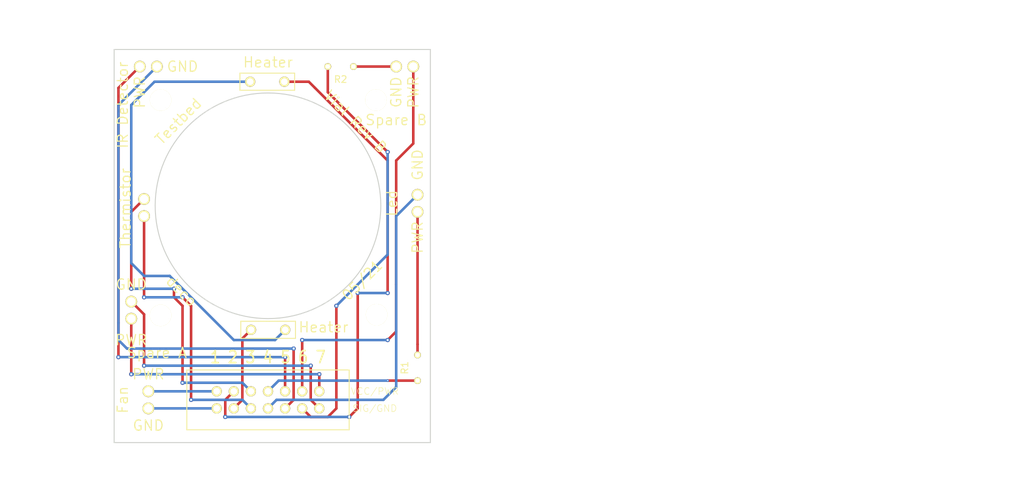
<source format=kicad_pcb>
(kicad_pcb (version 4) (host pcbnew 4.0.2-stable)

  (general
    (links 17)
    (no_connects 0)
    (area 110.644214 42.6339 262.071755 117.843301)
    (thickness 1.6)
    (drawings 35)
    (tracks 109)
    (zones 0)
    (modules 15)
    (nets 18)
  )

  (page A4)
  (layers
    (0 F.Cu signal)
    (31 B.Cu signal)
    (32 B.Adhes user hide)
    (33 F.Adhes user)
    (34 B.Paste user hide)
    (35 F.Paste user hide)
    (36 B.SilkS user hide)
    (37 F.SilkS user)
    (38 B.Mask user hide)
    (39 F.Mask user hide)
    (40 Dwgs.User user)
    (41 Cmts.User user hide)
    (42 Eco1.User user hide)
    (43 Eco2.User user hide)
    (44 Edge.Cuts user)
    (45 Margin user hide)
    (46 B.CrtYd user hide)
    (47 F.CrtYd user hide)
    (48 B.Fab user hide)
    (49 F.Fab user hide)
  )

  (setup
    (last_trace_width 0.2032)
    (user_trace_width 0.381)
    (user_trace_width 0.635)
    (trace_clearance 0.254)
    (zone_clearance 0.508)
    (zone_45_only no)
    (trace_min 0.2032)
    (segment_width 0.2)
    (edge_width 0.15)
    (via_size 0.381)
    (via_drill 0.1524)
    (via_min_size 0.381)
    (via_min_drill 0.1524)
    (user_via 0.4064 0.1524)
    (user_via 0.635 0.3048)
    (user_via 3.81 3.199994)
    (uvia_size 0.3)
    (uvia_drill 0.1)
    (uvias_allowed no)
    (uvia_min_size 0)
    (uvia_min_drill 0)
    (pcb_text_width 0.1778)
    (pcb_text_size 1.524 1.524)
    (mod_edge_width 0.15)
    (mod_text_size 1.524 1.524)
    (mod_text_width 0.1778)
    (pad_size 3.199994 3.199994)
    (pad_drill 3.199994)
    (pad_to_mask_clearance 0.2)
    (aux_axis_origin 127 107.95)
    (grid_origin 127 107.95)
    (visible_elements 7FFFFFFF)
    (pcbplotparams
      (layerselection 0x00008_00000000)
      (usegerberextensions false)
      (excludeedgelayer false)
      (linewidth 0.100000)
      (plotframeref true)
      (viasonmask false)
      (mode 1)
      (useauxorigin false)
      (hpglpennumber 1)
      (hpglpenspeed 20)
      (hpglpendiameter 15)
      (hpglpenoverlay 2)
      (psnegative false)
      (psa4output false)
      (plotreference false)
      (plotvalue true)
      (plotinvisibletext false)
      (padsonsilk false)
      (subtractmaskfromsilk false)
      (outputformat 1)
      (mirror false)
      (drillshape 0)
      (scaleselection 1)
      (outputdirectory gerber/))
  )

  (net 0 "")
  (net 1 /SPA+)
  (net 2 /SPB+)
  (net 3 /PD+)
  (net 4 /LED+)
  (net 5 /TS+)
  (net 6 /HTR+)
  (net 7 /FAN+)
  (net 8 /SPA-)
  (net 9 /SPB-)
  (net 10 /PD-)
  (net 11 /LED-)
  (net 12 /TS-)
  (net 13 /HTR-)
  (net 14 /FAN-)
  (net 15 "Net-(P6-Pad1)")
  (net 16 "Net-(P8-Pad2)")
  (net 17 "Net-(R5-Pad2)")

  (net_class Default "This is the default net class."
    (clearance 0.254)
    (trace_width 0.2032)
    (via_dia 0.381)
    (via_drill 0.1524)
    (uvia_dia 0.3)
    (uvia_drill 0.1)
    (add_net /FAN+)
    (add_net /FAN-)
    (add_net /HTR+)
    (add_net /HTR-)
    (add_net /LED+)
    (add_net /LED-)
    (add_net /PD+)
    (add_net /PD-)
    (add_net /SPA+)
    (add_net /SPA-)
    (add_net /SPB+)
    (add_net /SPB-)
    (add_net /TS+)
    (add_net /TS-)
    (add_net "Net-(P6-Pad1)")
    (add_net "Net-(P8-Pad2)")
    (add_net "Net-(R5-Pad2)")
  )

  (module mods:screw_terminal (layer F.Cu) (tedit 57B62090) (tstamp 57A0FB9A)
    (at 170.18 52.07 180)
    (path /579FC5D8)
    (fp_text reference P8 (at 0 4.318 180) (layer F.SilkS) hide
      (effects (font (thickness 0.1778)))
    )
    (fp_text value "Spare B" (at 1.27 -7.9375 180) (layer F.SilkS)
      (effects (font (thickness 0.1778)))
    )
    (pad 1 thru_hole circle (at -1.27 0 180) (size 1.75 1.75) (drill 1.3) (layers *.Cu *.Mask F.SilkS)
      (net 2 /SPB+))
    (pad 2 thru_hole circle (at 1.27 0 180) (size 1.75 1.75) (drill 1.3) (layers *.Cu *.Mask F.SilkS)
      (net 16 "Net-(P8-Pad2)"))
  )

  (module mods:screw_terminal (layer F.Cu) (tedit 57A897E9) (tstamp 57A0FB72)
    (at 132.08 101.6 270)
    (path /579FBC1F)
    (fp_text reference P2 (at -3.904996 2.54 360) (layer F.SilkS) hide
      (effects (font (thickness 0.1778)))
    )
    (fp_text value Fan (at 0 3.81 270) (layer F.SilkS)
      (effects (font (thickness 0.1778)))
    )
    (pad 1 thru_hole circle (at -1.27 0 270) (size 1.75 1.75) (drill 1.3) (layers *.Cu *.Mask F.SilkS)
      (net 7 /FAN+))
    (pad 2 thru_hole circle (at 1.27 0 270) (size 1.75 1.75) (drill 1.3) (layers *.Cu *.Mask F.SilkS)
      (net 14 /FAN-))
  )

  (module mods:screw_terminal (layer F.Cu) (tedit 57A897E3) (tstamp 57A0FBA4)
    (at 129.54 88.265 90)
    (path /579FC744)
    (fp_text reference P9 (at 0 4.25069 90) (layer F.SilkS) hide
      (effects (font (thickness 0.1778)))
    )
    (fp_text value "Spare A" (at -6.35 3.81 180) (layer F.SilkS)
      (effects (font (thickness 0.1778)))
    )
    (pad 1 thru_hole circle (at -1.27 0 90) (size 1.75 1.75) (drill 1.3) (layers *.Cu *.Mask F.SilkS)
      (net 1 /SPA+))
    (pad 2 thru_hole circle (at 1.27 0 90) (size 1.75 1.75) (drill 1.3) (layers *.Cu *.Mask F.SilkS)
      (net 8 /SPA-))
  )

  (module mods:screw_terminal (layer F.Cu) (tedit 57A89820) (tstamp 57A0FB90)
    (at 132.08 52.07)
    (path /579FC369)
    (fp_text reference P7 (at -4.965375 -0.067396) (layer F.SilkS) hide
      (effects (font (thickness 0.1778)))
    )
    (fp_text value "IR Detector" (at -3.81 5.715 270) (layer F.SilkS)
      (effects (font (thickness 0.1778)))
    )
    (pad 1 thru_hole circle (at -1.27 0) (size 1.75 1.75) (drill 1.3) (layers *.Cu *.Mask F.SilkS)
      (net 3 /PD+))
    (pad 2 thru_hole circle (at 1.27 0) (size 1.75 1.75) (drill 1.3) (layers *.Cu *.Mask F.SilkS)
      (net 10 /PD-))
  )

  (module mods:screw_terminal (layer F.Cu) (tedit 57A8A193) (tstamp 57A0FB86)
    (at 172.085 72.39 90)
    (path /579FBF70)
    (fp_text reference P6 (at 0 4.318 90) (layer F.SilkS) hide
      (effects (font (thickness 0.1778)))
    )
    (fp_text value Led (at 0 -3.81 90) (layer F.SilkS)
      (effects (font (thickness 0.1778)))
    )
    (pad 1 thru_hole circle (at -1.27 0 90) (size 1.75 1.75) (drill 1.3) (layers *.Cu *.Mask F.SilkS)
      (net 15 "Net-(P6-Pad1)"))
    (pad 2 thru_hole circle (at 1.27 0 90) (size 1.75 1.75) (drill 1.3) (layers *.Cu *.Mask F.SilkS)
      (net 11 /LED-))
  )

  (module mods:2x7_pin_10in (layer F.Cu) (tedit 57A24092) (tstamp 57A0FB68)
    (at 149.86 101.6 180)
    (path /579FBA81)
    (fp_text reference P1 (at -8.255 5.715 180) (layer F.SilkS) hide
      (effects (font (thickness 0.1778)))
    )
    (fp_text value CONN_02X07 (at 0 -5.715 180) (layer F.Fab) hide
      (effects (font (thickness 0.1778)))
    )
    (fp_line (start -12.065 4.445) (end 12.065 4.445) (layer F.SilkS) (width 0.15))
    (fp_line (start 12.065 -4.445) (end -12.065 -4.445) (layer F.SilkS) (width 0.15))
    (fp_line (start 12.065 4.445) (end 12.065 -4.445) (layer F.SilkS) (width 0.15))
    (fp_line (start -12.065 -4.445) (end -12.065 4.445) (layer F.SilkS) (width 0.15))
    (pad 1 thru_hole circle (at -7.62 1.27 180) (size 1.524 1.524) (drill 1.016) (layers *.Cu *.Mask F.SilkS)
      (net 1 /SPA+))
    (pad 3 thru_hole circle (at -5.08 1.27 180) (size 1.524 1.524) (drill 1.016) (layers *.Cu *.Mask F.SilkS)
      (net 2 /SPB+))
    (pad 5 thru_hole circle (at -2.54 1.27 180) (size 1.524 1.524) (drill 1.016) (layers *.Cu *.Mask F.SilkS)
      (net 3 /PD+))
    (pad 7 thru_hole circle (at 0 1.27 180) (size 1.524 1.524) (drill 1.016) (layers *.Cu *.Mask F.SilkS)
      (net 4 /LED+))
    (pad 9 thru_hole circle (at 2.54 1.27 180) (size 1.524 1.524) (drill 1.016) (layers *.Cu *.Mask F.SilkS)
      (net 5 /TS+))
    (pad 11 thru_hole circle (at 5.08 1.27 180) (size 1.524 1.524) (drill 1.016) (layers *.Cu *.Mask F.SilkS)
      (net 6 /HTR+))
    (pad 13 thru_hole circle (at 7.62 1.27 180) (size 1.524 1.524) (drill 1.016) (layers *.Cu *.Mask F.SilkS)
      (net 7 /FAN+))
    (pad 2 thru_hole circle (at -7.62 -1.27 180) (size 1.524 1.524) (drill 1.016) (layers *.Cu *.Mask F.SilkS)
      (net 8 /SPA-))
    (pad 4 thru_hole circle (at -5.08 -1.27 180) (size 1.524 1.524) (drill 1.016) (layers *.Cu *.Mask F.SilkS)
      (net 9 /SPB-))
    (pad 6 thru_hole circle (at -2.54 -1.27 180) (size 1.524 1.524) (drill 1.016) (layers *.Cu *.Mask F.SilkS)
      (net 10 /PD-))
    (pad 8 thru_hole circle (at 0 -1.27 180) (size 1.524 1.524) (drill 1.016) (layers *.Cu *.Mask F.SilkS)
      (net 11 /LED-))
    (pad 10 thru_hole circle (at 2.54 -1.27 180) (size 1.524 1.524) (drill 1.016) (layers *.Cu *.Mask F.SilkS)
      (net 12 /TS-))
    (pad 12 thru_hole circle (at 5.08 -1.27 180) (size 1.524 1.524) (drill 1.016) (layers *.Cu *.Mask F.SilkS)
      (net 13 /HTR-))
    (pad 14 thru_hole circle (at 7.62 -1.27 180) (size 1.524 1.524) (drill 1.016) (layers *.Cu *.Mask F.SilkS)
      (net 14 /FAN-))
  )

  (module mods:Heater (layer F.Cu) (tedit 57A8A215) (tstamp 57A0FBDE)
    (at 149.751438 54.32265 180)
    (path /579FBD61)
    (fp_text reference R5 (at -5.715 0 180) (layer F.SilkS) hide
      (effects (font (thickness 0.1778)))
    )
    (fp_text value "Heater 1" (at 0 -3.175 180) (layer F.Fab) hide
      (effects (font (thickness 0.1778)))
    )
    (fp_line (start -4.064 1.27) (end 4.064 1.27) (layer F.SilkS) (width 0.15))
    (fp_line (start 4.064 -1.27) (end -4.064 -1.27) (layer F.SilkS) (width 0.15))
    (fp_line (start -4.064 -1.27) (end -4.064 1.27) (layer F.SilkS) (width 0.15))
    (fp_line (start 4.064 1.27) (end 4.064 -1.27) (layer F.SilkS) (width 0.15))
    (pad 1 thru_hole circle (at -2.54 0 180) (size 1.524 1.524) (drill 1.016) (layers *.Cu *.Mask F.SilkS)
      (net 6 /HTR+))
    (pad 2 thru_hole circle (at 2.54 0 180) (size 1.524 1.524) (drill 1.016) (layers *.Cu *.Mask F.SilkS)
      (net 17 "Net-(R5-Pad2)"))
  )

  (module mods:Heater (layer F.Cu) (tedit 57A2071D) (tstamp 57A0FBE8)
    (at 149.880676 91.19362 180)
    (path /579FBD90)
    (fp_text reference R6 (at 5.715 0.635 180) (layer F.SilkS) hide
      (effects (font (thickness 0.1778)))
    )
    (fp_text value "Heater 2" (at 0 -3.175 180) (layer F.Fab) hide
      (effects (font (thickness 0.1778)))
    )
    (fp_line (start -4.064 1.27) (end 4.064 1.27) (layer F.SilkS) (width 0.15))
    (fp_line (start 4.064 -1.27) (end -4.064 -1.27) (layer F.SilkS) (width 0.15))
    (fp_line (start -4.064 -1.27) (end -4.064 1.27) (layer F.SilkS) (width 0.15))
    (fp_line (start 4.064 1.27) (end 4.064 -1.27) (layer F.SilkS) (width 0.15))
    (pad 1 thru_hole circle (at -2.54 0 180) (size 1.524 1.524) (drill 1.016) (layers *.Cu *.Mask F.SilkS)
      (net 17 "Net-(R5-Pad2)"))
    (pad 2 thru_hole circle (at 2.54 0 180) (size 1.524 1.524) (drill 1.016) (layers *.Cu *.Mask F.SilkS)
      (net 13 /HTR-))
  )

  (module mods:Thermistor (layer F.Cu) (tedit 57A24521) (tstamp 57A2052D)
    (at 131.445 73.025 270)
    (path /579FBEBD)
    (fp_text reference P5 (at 0 4.318 270) (layer F.SilkS) hide
      (effects (font (thickness 0.1778)))
    )
    (fp_text value Thermistor (at 0.1016 2.772501 270) (layer F.SilkS)
      (effects (font (thickness 0.1778)))
    )
    (pad 1 thru_hole circle (at -1.27 0 270) (size 1.75 1.75) (drill 1.3) (layers *.Cu *.Mask F.SilkS)
      (net 5 /TS+))
    (pad 2 thru_hole circle (at 1.27 0 270) (size 1.75 1.75) (drill 1.3) (layers *.Cu *.Mask F.SilkS)
      (net 12 /TS-))
  )

  (module mods:mounting_hole (layer F.Cu) (tedit 57A8A54D) (tstamp 57A212CD)
    (at 165.9 57.049924)
    (fp_text reference REF** (at 6 2.5) (layer F.SilkS) hide
      (effects (font (size 1 1) (thickness 0.15)))
    )
    (fp_text value "mounting hole" (at 0.5 -3.5) (layer F.Fab) hide
      (effects (font (size 1 1) (thickness 0.15)))
    )
    (pad "" np_thru_hole circle (at 0 0) (size 3.199994 3.199994) (drill 3.199994) (layers *.Cu *.Mask F.SilkS))
  )

  (module mods:mounting_hole (layer F.Cu) (tedit 57A8A552) (tstamp 57A2135E)
    (at 133.899999 57.049924)
    (fp_text reference "" (at 6 2.5) (layer F.SilkS) hide
      (effects (font (size 1 1) (thickness 0.15)))
    )
    (fp_text value "mounting hole" (at 0.5 -3.5) (layer F.Fab) hide
      (effects (font (size 1 1) (thickness 0.15)))
    )
    (pad "" np_thru_hole circle (at 0 0) (size 3.199994 3.199994) (drill 3.199994) (layers *.Cu *.Mask F.SilkS))
  )

  (module mods:mounting_hole (layer F.Cu) (tedit 57A8A556) (tstamp 57A21554)
    (at 133.899999 89.04986)
    (fp_text reference REF** (at 6 2.5) (layer F.SilkS) hide
      (effects (font (size 1 1) (thickness 0.15)))
    )
    (fp_text value "mounting hole" (at 0.5 -3.5) (layer F.Fab) hide
      (effects (font (size 1 1) (thickness 0.15)))
    )
    (pad "" np_thru_hole circle (at 0 0) (size 3.199994 3.199994) (drill 3.199994) (layers *.Cu *.Mask F.SilkS))
  )

  (module mods:mounting_hole (layer F.Cu) (tedit 57A23818) (tstamp 57A2155D)
    (at 165.999998 88.950013)
    (fp_text reference REF** (at 6 2.5) (layer F.SilkS) hide
      (effects (font (size 1 1) (thickness 0.15)))
    )
    (fp_text value "mounting hole" (at 0.5 -3.5) (layer F.Fab) hide
      (effects (font (size 1 1) (thickness 0.15)))
    )
    (pad "" np_thru_hole circle (at 0 0) (size 3.199994 3.199994) (drill 3.199994) (layers *.Cu *.Mask F.SilkS))
  )

  (module mods:Through_hole_R (layer F.Cu) (tedit 57B6201D) (tstamp 57B6212C)
    (at 172.085 96.8375 270)
    (path /579FC0BA)
    (fp_text reference R1 (at 0 1.905 270) (layer F.SilkS)
      (effects (font (size 1 1) (thickness 0.15)))
    )
    (fp_text value 435 (at 0 -1.905 270) (layer F.Fab) hide
      (effects (font (size 1 1) (thickness 0.15)))
    )
    (pad 2 thru_hole circle (at -1.905 0 270) (size 1.016 1.016) (drill 0.635) (layers *.Cu *.Mask F.SilkS)
      (net 15 "Net-(P6-Pad1)"))
    (pad 1 thru_hole circle (at 1.905 0 270) (size 1.016 1.016) (drill 0.635) (layers *.Cu *.Mask F.SilkS)
      (net 4 /LED+))
  )

  (module mods:Through_hole_R (layer F.Cu) (tedit 57B6201D) (tstamp 57B62132)
    (at 160.655 52.07)
    (path /57A0C46B)
    (fp_text reference R2 (at 0 1.905) (layer F.SilkS)
      (effects (font (size 1 1) (thickness 0.15)))
    )
    (fp_text value 750 (at 0 -1.905) (layer F.Fab) hide
      (effects (font (size 1 1) (thickness 0.15)))
    )
    (pad 2 thru_hole circle (at -1.905 0) (size 1.016 1.016) (drill 0.635) (layers *.Cu *.Mask F.SilkS)
      (net 9 /SPB-))
    (pad 1 thru_hole circle (at 1.905 0) (size 1.016 1.016) (drill 0.635) (layers *.Cu *.Mask F.SilkS)
      (net 16 "Net-(P8-Pad2)"))
  )

  (gr_text 05/21 (at 163.8554 83.8454 45) (layer F.SilkS)
    (effects (font (thickness 0.1778)))
  )
  (gr_text deco (at 137.0076 85.4456 315) (layer F.SilkS)
    (effects (font (thickness 0.1778)))
  )
  (gr_text "Vial Rev B" (at 162.8648 60.2742 315) (layer F.SilkS)
    (effects (font (thickness 0.1778)))
  )
  (gr_text Testbed (at 136.5504 60.198 45) (layer F.SilkS)
    (effects (font (thickness 0.1778)))
  )
  (gr_text "1 2 3 4 5 6 7" (at 149.86 95.25) (layer F.SilkS)
    (effects (font (size 1.778 1.524) (thickness 0.254)))
  )
  (dimension 35.179 (width 0.1778) (layer Dwgs.User)
    (gr_text "1.3850 in" (at 116.3574 90.3605 90) (layer Dwgs.User)
      (effects (font (thickness 0.1778)))
    )
    (feature1 (pts (xy 149.86 72.771) (xy 115.2398 72.771)))
    (feature2 (pts (xy 149.86 107.95) (xy 115.2398 107.95)))
    (crossbar (pts (xy 117.475 107.95) (xy 117.475 72.771)))
    (arrow1a (pts (xy 117.475 72.771) (xy 118.061421 73.897504)))
    (arrow1b (pts (xy 117.475 72.771) (xy 116.888579 73.897504)))
    (arrow2a (pts (xy 117.475 107.95) (xy 118.061421 106.823496)))
    (arrow2b (pts (xy 117.475 107.95) (xy 116.888579 106.823496)))
  )
  (dimension 22.86 (width 0.1778) (layer Dwgs.User)
    (gr_text "0.9000 in" (at 138.43 116.6876) (layer Dwgs.User)
      (effects (font (thickness 0.1778)))
    )
    (feature1 (pts (xy 127 72.39) (xy 127 117.8052)))
    (feature2 (pts (xy 149.86 72.39) (xy 149.86 117.8052)))
    (crossbar (pts (xy 149.86 115.57) (xy 127 115.57)))
    (arrow1a (pts (xy 127 115.57) (xy 128.126504 114.983579)))
    (arrow1b (pts (xy 127 115.57) (xy 128.126504 116.156421)))
    (arrow2a (pts (xy 149.86 115.57) (xy 148.733496 114.983579)))
    (arrow2b (pts (xy 149.86 115.57) (xy 148.733496 116.156421)))
  )
  (gr_line (start 149.86 72.771) (end 146.939 72.771) (angle 90) (layer Dwgs.User) (width 0.2))
  (gr_line (start 149.86 72.771) (end 149.86 75.946) (angle 90) (layer Dwgs.User) (width 0.2))
  (gr_line (start 149.86 72.771) (end 153.289 72.771) (angle 90) (layer Dwgs.User) (width 0.2))
  (gr_line (start 149.86 72.771) (end 149.86 68.707) (angle 90) (layer Dwgs.User) (width 0.2))
  (dimension 33.70289 (width 0.1778) (layer Dwgs.User)
    (gr_text "1.320 in dia" (at 136.613959 58.331164 42.70938996) (layer Dwgs.User)
      (effects (font (thickness 0.1778)))
    )
    (feature1 (pts (xy 162.56 61.595) (xy 148.238413 46.079948)))
    (feature2 (pts (xy 137.795 84.455) (xy 123.473413 68.939948)))
    (crossbar (pts (xy 124.989505 70.582381) (xy 149.754505 47.722381)))
    (arrow1a (pts (xy 149.754505 47.722381) (xy 149.324504 48.91737)))
    (arrow1b (pts (xy 149.754505 47.722381) (xy 148.528989 48.055562)))
    (arrow2a (pts (xy 124.989505 70.582381) (xy 126.215021 70.2492)))
    (arrow2b (pts (xy 124.989505 70.582381) (xy 125.419506 69.387392)))
  )
  (gr_text "SIG/GND\n" (at 165.735 102.87) (layer F.SilkS)
    (effects (font (size 1.016 1.016) (thickness 0.0762)))
  )
  (gr_text VCC/PWR (at 165.735 100.33) (layer F.SilkS)
    (effects (font (size 1.016 1.016) (thickness 0.0762)))
  )
  (gr_text "CUT OUT" (at 149.86 62.865) (layer Dwgs.User)
    (effects (font (thickness 0.1778)))
  )
  (dimension 46.99 (width 0.1778) (layer Dwgs.User)
    (gr_text "1.8500 in" (at 150.495 43.9674) (layer Dwgs.User)
      (effects (font (thickness 0.1778)))
    )
    (feature1 (pts (xy 173.99 49.53) (xy 173.99 42.8498)))
    (feature2 (pts (xy 127 49.53) (xy 127 42.8498)))
    (crossbar (pts (xy 127 45.085) (xy 173.99 45.085)))
    (arrow1a (pts (xy 173.99 45.085) (xy 172.863496 45.671421)))
    (arrow1b (pts (xy 173.99 45.085) (xy 172.863496 44.498579)))
    (arrow2a (pts (xy 127 45.085) (xy 128.126504 45.671421)))
    (arrow2b (pts (xy 127 45.085) (xy 128.126504 44.498579)))
  )
  (dimension 58.42 (width 0.1778) (layer Dwgs.User)
    (gr_text "2.3000 in" (at 179.5526 78.74 270) (layer Dwgs.User)
      (effects (font (thickness 0.1778)))
    )
    (feature1 (pts (xy 173.99 107.95) (xy 180.6702 107.95)))
    (feature2 (pts (xy 173.99 49.53) (xy 180.6702 49.53)))
    (crossbar (pts (xy 178.435 49.53) (xy 178.435 107.95)))
    (arrow1a (pts (xy 178.435 107.95) (xy 177.848579 106.823496)))
    (arrow1b (pts (xy 178.435 107.95) (xy 179.021421 106.823496)))
    (arrow2a (pts (xy 178.435 49.53) (xy 177.848579 50.656504)))
    (arrow2b (pts (xy 178.435 49.53) (xy 179.021421 50.656504)))
  )
  (gr_text "deco | DN | 05/21\nTestbed\n\nP/N Vial Rev B\n1 oz copper\n2 Layers FR-4\n0.063 final thickness\nsoldermask both sides (BLACK) <<-- NOTE:  Black Solder Mask !!\nsilkscreen legend top only (white)" (at 182.88 59.69) (layer Dwgs.User)
    (effects (font (thickness 0.1778)) (justify left))
  )
  (gr_text PWR (at 171.45 55.88 90) (layer F.SilkS)
    (effects (font (thickness 0.1778)))
  )
  (gr_text "GND\n" (at 137.16 52.07) (layer F.SilkS)
    (effects (font (thickness 0.1778)))
  )
  (gr_text "PWR\n" (at 130.81 55.88 90) (layer F.SilkS)
    (effects (font (thickness 0.1778)))
  )
  (gr_text "GND\n" (at 168.91 55.88 90) (layer F.SilkS)
    (effects (font (thickness 0.1778)))
  )
  (gr_text "GND\n" (at 172.085 66.675 90) (layer F.SilkS)
    (effects (font (thickness 0.1778)))
  )
  (gr_text "PWR\n" (at 172.085 77.47 90) (layer F.SilkS)
    (effects (font (thickness 0.1778)))
  )
  (gr_text "GND\n" (at 129.54 84.455) (layer F.SilkS)
    (effects (font (thickness 0.1778)))
  )
  (gr_text "PWR\n" (at 129.54 92.71) (layer F.SilkS)
    (effects (font (thickness 0.1778)))
  )
  (gr_text GND (at 132.08 105.41) (layer F.SilkS)
    (effects (font (thickness 0.1778)))
  )
  (gr_text "PWR\n" (at 132.08 97.79) (layer F.SilkS)
    (effects (font (thickness 0.1778)))
  )
  (gr_text Heater (at 149.86 51.435) (layer F.SilkS)
    (effects (font (thickness 0.1778)))
  )
  (gr_text Heater (at 158.115 90.805) (layer F.SilkS)
    (effects (font (thickness 0.1778)))
  )
  (gr_circle (center 149.86 72.76084) (end 133.096 72.76084) (layer Edge.Cuts) (width 0.15))
  (gr_line (start 127 107.95) (end 173.99 107.95) (angle 90) (layer Edge.Cuts) (width 0.15))
  (gr_line (start 127 49.53) (end 173.99 49.53) (angle 90) (layer Edge.Cuts) (width 0.15))
  (gr_line (start 173.99 49.53) (end 173.99 107.95) (angle 90) (layer Edge.Cuts) (width 0.15))
  (gr_line (start 127 49.53) (end 127 107.95) (angle 90) (layer Edge.Cuts) (width 0.15))

  (segment (start 129.54 89.535) (end 129.54 97.79) (width 0.381) (layer F.Cu) (net 1))
  (segment (start 157.48 97.79) (end 157.48 100.33) (width 0.381) (layer F.Cu) (net 1) (tstamp 57A891C8))
  (via (at 157.48 97.79) (size 0.635) (drill 0.3048) (layers F.Cu B.Cu) (net 1))
  (segment (start 129.54 97.79) (end 157.48 97.79) (width 0.381) (layer B.Cu) (net 1) (tstamp 57A891C4))
  (via (at 129.54 97.79) (size 0.635) (drill 0.3048) (layers F.Cu B.Cu) (net 1))
  (segment (start 129.54 89.535) (end 129.54 90.17) (width 0.381) (layer F.Cu) (net 1))
  (segment (start 168.91 84.455) (end 168.91 91.44) (width 0.381) (layer F.Cu) (net 2))
  (segment (start 171.45 63.5) (end 168.91 66.04) (width 0.381) (layer F.Cu) (net 2))
  (segment (start 171.45 52.07) (end 171.45 63.5) (width 0.381) (layer F.Cu) (net 2) (tstamp 57A89989))
  (segment (start 168.91 66.04) (end 168.91 84.455) (width 0.381) (layer F.Cu) (net 2) (tstamp 57A89A3B))
  (via (at 167.64 92.71) (size 0.635) (drill 0.3048) (layers F.Cu B.Cu) (net 2))
  (via (at 154.94 92.71) (size 0.635) (drill 0.3048) (layers F.Cu B.Cu) (net 2))
  (segment (start 154.94 92.71) (end 167.64 92.71) (width 0.381) (layer B.Cu) (net 2) (tstamp 57A8996D))
  (segment (start 154.94 92.71) (end 154.94 100.33) (width 0.381) (layer F.Cu) (net 2))
  (segment (start 168.91 91.44) (end 167.64 92.71) (width 0.381) (layer F.Cu) (net 2) (tstamp 57A89C0C))
  (segment (start 130.81 52.07) (end 127.635 55.245) (width 0.381) (layer F.Cu) (net 3))
  (segment (start 152.4 95.25) (end 152.4 100.33) (width 0.381) (layer F.Cu) (net 3) (tstamp 57A89227))
  (via (at 152.4 95.25) (size 0.635) (drill 0.3048) (layers F.Cu B.Cu) (net 3))
  (segment (start 127.635 95.25) (end 152.4 95.25) (width 0.381) (layer B.Cu) (net 3) (tstamp 57A89224))
  (via (at 127.635 95.25) (size 0.635) (drill 0.3048) (layers F.Cu B.Cu) (net 3))
  (segment (start 127.635 55.245) (end 127.635 95.25) (width 0.381) (layer F.Cu) (net 3) (tstamp 57A8983A))
  (segment (start 172.085 98.7425) (end 167.64 98.7425) (width 0.381) (layer F.Cu) (net 4))
  (segment (start 151.4475 98.7425) (end 149.86 100.33) (width 0.381) (layer B.Cu) (net 4) (tstamp 57B6219A))
  (segment (start 167.64 98.7425) (end 151.4475 98.7425) (width 0.381) (layer B.Cu) (net 4) (tstamp 57B62199))
  (via (at 167.64 98.7425) (size 0.381) (drill 0.1524) (layers F.Cu B.Cu) (net 4))
  (segment (start 135.89 86.36) (end 137.16 87.63) (width 0.381) (layer F.Cu) (net 5))
  (via (at 137.16 99.06) (size 0.635) (drill 0.3048) (layers F.Cu B.Cu) (net 5))
  (segment (start 147.32 100.33) (end 146.05 99.06) (width 0.381) (layer B.Cu) (net 5) (tstamp 57A891B7))
  (segment (start 137.16 99.06) (end 146.05 99.06) (width 0.381) (layer B.Cu) (net 5) (tstamp 57A891B6))
  (segment (start 129.54 73.66) (end 131.445 71.755) (width 0.381) (layer F.Cu) (net 5))
  (via (at 135.89 85.09) (size 0.635) (drill 0.3048) (layers F.Cu B.Cu) (net 5))
  (segment (start 129.54 85.09) (end 135.89 85.09) (width 0.381) (layer B.Cu) (net 5) (tstamp 57A891A1))
  (via (at 129.54 85.09) (size 0.635) (drill 0.3048) (layers F.Cu B.Cu) (net 5))
  (segment (start 129.54 73.66) (end 129.54 85.09) (width 0.381) (layer F.Cu) (net 5) (tstamp 57A891F2))
  (segment (start 135.89 86.36) (end 135.89 85.09) (width 0.381) (layer F.Cu) (net 5))
  (segment (start 137.16 87.63) (end 137.16 99.06) (width 0.381) (layer F.Cu) (net 5) (tstamp 57A89368))
  (segment (start 161.925 104.14) (end 163.195 102.87) (width 0.381) (layer F.Cu) (net 6))
  (via (at 161.925 104.14) (size 0.635) (drill 0.3048) (layers F.Cu B.Cu) (net 6))
  (via (at 163.195 85.725) (size 0.635) (drill 0.3048) (layers F.Cu B.Cu) (net 6))
  (segment (start 163.195 85.725) (end 167.64 85.725) (width 0.381) (layer B.Cu) (net 6) (tstamp 57A898E0))
  (via (at 167.64 85.725) (size 0.635) (drill 0.3048) (layers F.Cu B.Cu) (net 6))
  (segment (start 144.78 100.33) (end 143.51 101.6) (width 0.381) (layer F.Cu) (net 6))
  (via (at 143.51 104.14) (size 0.635) (drill 0.3048) (layers F.Cu B.Cu) (net 6))
  (segment (start 143.51 101.6) (end 143.51 104.14) (width 0.381) (layer F.Cu) (net 6) (tstamp 57A898BD))
  (segment (start 143.51 104.14) (end 161.925 104.14) (width 0.381) (layer B.Cu) (net 6))
  (segment (start 156.845 55.245) (end 155.92265 54.32265) (width 0.381) (layer F.Cu) (net 6))
  (segment (start 167.64 66.04) (end 156.845 55.245) (width 0.381) (layer F.Cu) (net 6) (tstamp 57A898F1))
  (segment (start 155.92265 54.32265) (end 152.291438 54.32265) (width 0.381) (layer F.Cu) (net 6) (tstamp 57A89917))
  (segment (start 167.64 85.725) (end 167.64 66.04) (width 0.381) (layer F.Cu) (net 6))
  (segment (start 163.195 102.87) (end 163.195 85.725) (width 0.381) (layer F.Cu) (net 6) (tstamp 57A89D01))
  (segment (start 142.24 100.33) (end 132.08 100.33) (width 0.381) (layer B.Cu) (net 7))
  (segment (start 129.54 86.995) (end 131.445 88.9) (width 0.381) (layer F.Cu) (net 8))
  (segment (start 156.21 101.6) (end 157.48 102.87) (width 0.381) (layer F.Cu) (net 8) (tstamp 57A88F9F))
  (segment (start 156.21 96.52) (end 156.21 101.6) (width 0.381) (layer F.Cu) (net 8) (tstamp 57A88F9E))
  (via (at 156.21 96.52) (size 0.635) (drill 0.3048) (layers F.Cu B.Cu) (net 8))
  (segment (start 131.445 96.52) (end 156.21 96.52) (width 0.381) (layer B.Cu) (net 8) (tstamp 57A88F9B))
  (via (at 131.445 96.52) (size 0.635) (drill 0.3048) (layers F.Cu B.Cu) (net 8))
  (segment (start 131.445 88.9) (end 131.445 96.52) (width 0.381) (layer F.Cu) (net 8) (tstamp 57A88F93))
  (segment (start 167.64 64.77) (end 158.75 55.88) (width 0.381) (layer F.Cu) (net 9))
  (via (at 167.64 64.77) (size 0.635) (drill 0.3048) (layers F.Cu B.Cu) (net 9))
  (segment (start 167.64 64.77) (end 167.64 80.01) (width 0.381) (layer B.Cu) (net 9) (tstamp 57A8992A))
  (segment (start 167.64 80.01) (end 163.195 84.455) (width 0.381) (layer B.Cu) (net 9) (tstamp 57A8992B))
  (segment (start 160.02 102.87) (end 158.75 104.14) (width 0.381) (layer F.Cu) (net 9) (tstamp 57A89957))
  (segment (start 160.02 87.63) (end 160.02 102.87) (width 0.381) (layer F.Cu) (net 9) (tstamp 57A89956))
  (via (at 160.02 87.63) (size 0.635) (drill 0.3048) (layers F.Cu B.Cu) (net 9))
  (segment (start 163.195 84.455) (end 160.02 87.63) (width 0.381) (layer B.Cu) (net 9))
  (segment (start 156.21 104.14) (end 158.75 104.14) (width 0.381) (layer F.Cu) (net 9) (tstamp 57A89CF9))
  (segment (start 154.94 102.87) (end 156.21 104.14) (width 0.381) (layer F.Cu) (net 9))
  (segment (start 158.75 55.88) (end 158.75 52.07) (width 0.381) (layer F.Cu) (net 9) (tstamp 57B62151))
  (segment (start 133.35 52.07) (end 127.635 57.785) (width 0.381) (layer B.Cu) (net 10))
  (segment (start 127.635 90.17) (end 127.635 92.71) (width 0.381) (layer B.Cu) (net 10))
  (segment (start 127.635 57.785) (end 127.635 90.17) (width 0.381) (layer B.Cu) (net 10) (tstamp 57A89852))
  (segment (start 153.67 101.6) (end 152.4 102.87) (width 0.381) (layer F.Cu) (net 10) (tstamp 57A89268))
  (segment (start 153.67 93.98) (end 153.67 101.6) (width 0.381) (layer F.Cu) (net 10) (tstamp 57A89267))
  (via (at 153.67 93.98) (size 0.635) (drill 0.3048) (layers F.Cu B.Cu) (net 10))
  (segment (start 128.905 93.98) (end 153.67 93.98) (width 0.381) (layer B.Cu) (net 10) (tstamp 57A8925E))
  (segment (start 127.635 92.71) (end 128.905 93.98) (width 0.381) (layer B.Cu) (net 10) (tstamp 57A89254))
  (segment (start 168.91 99.695) (end 167.005 101.6) (width 0.381) (layer B.Cu) (net 11))
  (segment (start 149.86 102.87) (end 151.13 101.6) (width 0.381) (layer B.Cu) (net 11) (tstamp 57A89547))
  (segment (start 168.91 74.295) (end 168.91 99.695) (width 0.381) (layer B.Cu) (net 11) (tstamp 57A89C35))
  (segment (start 168.91 74.295) (end 172.085 71.12) (width 0.381) (layer B.Cu) (net 11))
  (segment (start 167.005 101.6) (end 151.13 101.6) (width 0.381) (layer B.Cu) (net 11) (tstamp 57A89C42))
  (segment (start 137.16 86.36) (end 138.43 87.63) (width 0.381) (layer F.Cu) (net 12))
  (via (at 138.43 101.6) (size 0.635) (drill 0.3048) (layers F.Cu B.Cu) (net 12))
  (segment (start 138.43 101.6) (end 146.05 101.6) (width 0.381) (layer B.Cu) (net 12) (tstamp 57A890F6))
  (segment (start 147.32 102.87) (end 146.05 101.6) (width 0.381) (layer B.Cu) (net 12) (tstamp 57A890F7))
  (segment (start 131.445 86.36) (end 131.445 74.295) (width 0.381) (layer F.Cu) (net 12))
  (via (at 137.16 86.36) (size 0.635) (drill 0.3048) (layers F.Cu B.Cu) (net 12))
  (segment (start 131.445 86.36) (end 137.16 86.36) (width 0.381) (layer B.Cu) (net 12) (tstamp 57A890D4))
  (via (at 131.445 86.36) (size 0.635) (drill 0.3048) (layers F.Cu B.Cu) (net 12))
  (segment (start 138.43 99.06) (end 138.43 101.6) (width 0.381) (layer F.Cu) (net 12))
  (segment (start 138.43 87.63) (end 138.43 99.06) (width 0.381) (layer F.Cu) (net 12) (tstamp 57A8936D))
  (segment (start 144.78 102.87) (end 146.05 101.6) (width 0.381) (layer F.Cu) (net 13))
  (segment (start 146.05 92.484296) (end 147.340676 91.19362) (width 0.381) (layer F.Cu) (net 13) (tstamp 57A88FB3))
  (segment (start 146.05 101.6) (end 146.05 92.484296) (width 0.381) (layer F.Cu) (net 13) (tstamp 57A88FAD))
  (segment (start 144.9197 102.7303) (end 144.78 102.7303) (width 0.381) (layer B.Cu) (net 13) (tstamp 57A21B23))
  (segment (start 132.08 102.87) (end 142.24 102.87) (width 0.381) (layer B.Cu) (net 14))
  (segment (start 172.085 94.9325) (end 172.085 93.345) (width 0.381) (layer F.Cu) (net 15))
  (segment (start 172.085 93.345) (end 172.085 73.66) (width 0.381) (layer F.Cu) (net 15))
  (segment (start 162.56 52.07) (end 168.91 52.07) (width 0.381) (layer F.Cu) (net 16))
  (segment (start 147.211438 54.32265) (end 133.00235 54.32265) (width 0.381) (layer B.Cu) (net 17))
  (segment (start 144.78 92.71) (end 150.904296 92.71) (width 0.381) (layer B.Cu) (net 17) (tstamp 57A89376))
  (segment (start 150.904296 92.71) (end 152.420676 91.19362) (width 0.381) (layer B.Cu) (net 17) (tstamp 57A8937E))
  (segment (start 131.445 83.185) (end 135.255 83.185) (width 0.381) (layer B.Cu) (net 17) (tstamp 57A89337))
  (segment (start 129.54 81.28) (end 131.445 83.185) (width 0.381) (layer B.Cu) (net 17) (tstamp 57A89325))
  (segment (start 135.255 83.185) (end 144.78 92.71) (width 0.381) (layer B.Cu) (net 17))
  (segment (start 129.54 57.785) (end 129.54 81.28) (width 0.381) (layer B.Cu) (net 17) (tstamp 57A89861))
  (segment (start 133.00235 54.32265) (end 129.54 57.785) (width 0.381) (layer B.Cu) (net 17) (tstamp 57A89855))
  (segment (start 147.211438 54.32265) (end 146.924088 54.61) (width 0.381) (layer B.Cu) (net 17))

)

</source>
